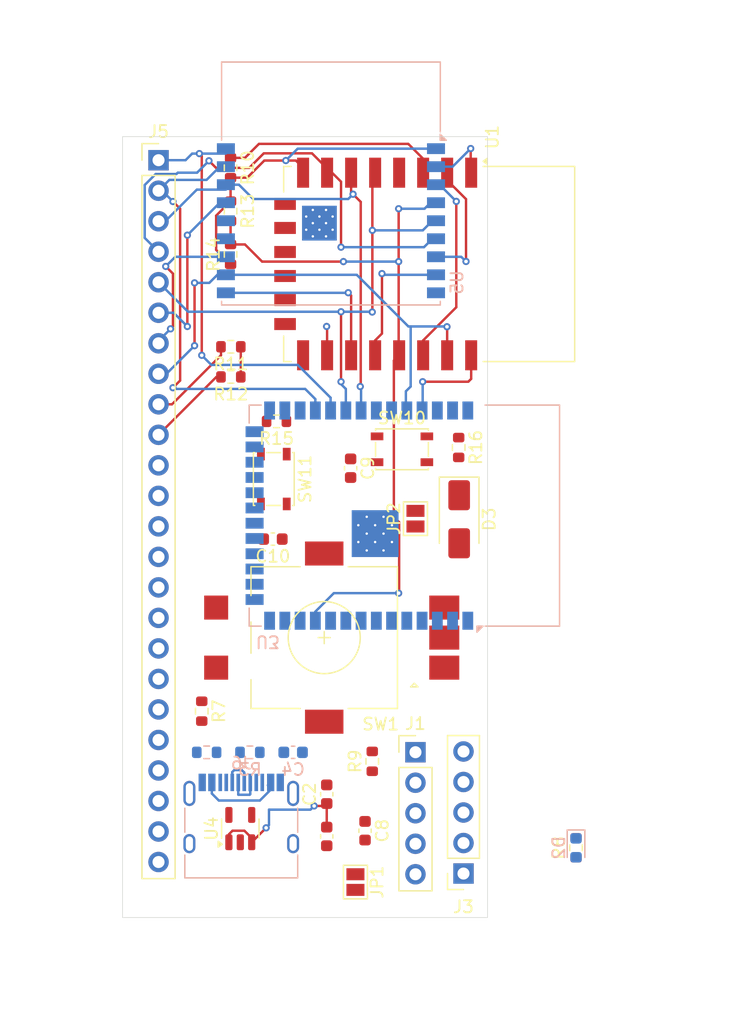
<source format=kicad_pcb>
(kicad_pcb (version 20241229) (generator "pcbnew") (generator_version "9.0")
  (layers (0 "F.Cu" signal) (2 "B.Cu" signal) (13 "F.Paste" user) (15 "B.Paste" user) (5 "F.SilkS" user "F.Silkscreen") (7 "B.SilkS" user "B.Silkscreen") (1 "F.Mask" user) (3 "B.Mask" user) (25 "Edge.Cuts" user))
  (net 0 "")
  (net 1 "GND")
  (net 2 "Net-(D2-A)")
  (net 3 "SW_D")
  (net 4 "ADC_X")
  (net 5 "ADC_Y")
  (net 6 "D-")
  (net 9 "Net-(J6-CC1)")
  (net 10 "D+")
  (net 11 "Net-(J6-CC2)")
  (net 12 "SCL_0")
  (net 13 "SCL_3")
  (net 14 "SDA_3")
  (net 15 "SDA_0")
  (net 16 "SW_B")
  (net 17 "SW_A")
  (net 18 "CS_0")
  (net 19 "UART0_RX")
  (net 20 "CS_1")
  (net 21 "DC")
  (net 22 "UART0_TX")
  (net 25 "SW_C")
  (net 26 "RST_SW")
  (net 27 "BOOT")
  (net 28 "UART1_TX")
  (net 29 "UART1_RX")
  (net 30 "SPIB_MISO")
  (net 31 "SPIB_SCK")
  (net 32 "SPIB_MOSI")
  (net 33 "SPIA_MOSI")
  (net 34 "SPIA_MISO")
  (net 35 "SPIA_SCK")
  (net 36 "LED22")
  (net 48 "Net-(U1-EN)")
  (net 49 "5V")
  (net 50 "WLED")
  (net 52 "Net-(D3-A)")
  (net 53 "Net-(JP1-A)")
  (net 54 "+3.3V")
  (net 55 "SPI_RST")
  (footprint "Capacitor_SMD:C_0603_1608Metric" (layer "F.Cu") (at 110.316995 115.55772 -90)
    (property "Reference" "C5" (hide yes))
    (property "Value" "1u")
  )
  (footprint "Resistor_SMD:R_0603_1608Metric" (layer "F.Cu") (at 121.306997 83.182721 -90)
    (property "Reference" "R16")
    (property "Value" "10K")
  )
  (footprint "Resistor_SMD:R_0603_1608Metric" (layer "F.Cu") (at 102.331995 77.30772 180)
    (property "Reference" "R12")
    (property "Value" "10K")
  )
  (footprint "Package_TO_SOT_SMD:SOT-23-5" (layer "F.Cu") (at 103.116995 114.90747 90)
    (property "Reference" "U4")
    (property "Value" "ME6211C33M5")
  )
  (footprint "Capacitor_SMD:C_0603_1608Metric" (layer "F.Cu") (at 105.831996 90.80772 180)
    (property "Reference" "C10")
    (property "Value" ".1u")
  )
  (footprint "Resistor_SMD:R_0603_1608Metric" (layer "F.Cu") (at 102.306995 59.897721 -90)
    (property "Reference" "R10")
    (property "Value" "10K")
  )
  (footprint "Resistor_SMD:R_0603_1608Metric" (layer "F.Cu") (at 131.08 116.505 90)
    (property "Reference" "R8")
    (property "Value" "100R")
  )
  (footprint "Jumper:SolderJumper-2_P1.3mm_Open_Pad1.0x1.5mm" (layer "F.Cu") (at 117.706996 89.10772 90)
    (property "Reference" "JP2")
    (property "Value" "Jumper_2")
  )
  (footprint "Connector_PinSocket_2.54mm:PinSocket_1x05_P2.54mm_Vertical" (layer "F.Cu") (at 121.706996 118.647721 180)
    (property "Reference" "J3")
    (property "Value" "Conn_01x05_Pin")
  )
  (footprint "Button_Switch_SMD:SW_SPST_PTS810" (layer "F.Cu") (at 116.581995 83.33272)
    (property "Reference" "SW10")
    (property "Value" "SW_Push")
  )
  (footprint "Capacitor_SMD:C_0603_1608Metric" (layer "F.Cu") (at 110.316997 112.045221 90)
    (property "Reference" "C2")
    (property "Value" "10u")
  )
  (footprint "Capacitor_SMD:C_0603_1608Metric" (layer "F.Cu") (at 113.506995 115.08272 -90)
    (property "Reference" "C8")
    (property "Value" ".1u")
  )
  (footprint "Capacitor_SMD:C_0603_1608Metric" (layer "F.Cu") (at 112.306995 84.90772 -90)
    (property "Reference" "C9")
    (property "Value" ".1u")
  )
  (footprint "Resistor_SMD:R_0603_1608Metric" (layer "F.Cu") (at 99.906996 105.13272 -90)
    (property "Reference" "R7")
    (property "Value" "10K")
  )
  (footprint "Resistor_SMD:R_0603_1608Metric" (layer "F.Cu") (at 106.131995 81.00772 180)
    (property "Reference" "R15")
    (property "Value" "10K")
  )
  (footprint "Resistor_SMD:R_0603_1608Metric" (layer "F.Cu") (at 102.306996 67.107721 90)
    (property "Reference" "R14")
    (property "Value" "10K")
  )
  (footprint "Resistor_SMD:R_0603_1608Metric" (layer "F.Cu") (at 114.106995 109.307721 90)
    (property "Reference" "R9")
    (property "Value" "10K")
  )
  (footprint "Resistor_SMD:R_0603_1608Metric" (layer "F.Cu") (at 102.306996 63.507721 -90)
    (property "Reference" "R13")
    (property "Value" "10K")
  )
  (footprint "Jumper:SolderJumper-2_P1.3mm_Open_Pad1.0x1.5mm" (layer "F.Cu") (at 112.706996 119.357719 -90)
    (property "Reference" "JP1")
    (property "Value" "Jumper_2")
  )
  (footprint "Diode_SMD:D_SMA" (layer "F.Cu") (at 121.346995 89.15772 -90)
    (property "Reference" "D3")
    (property "Value" "SS14")
  )
  (footprint "Resistor_SMD:R_0603_1608Metric" (layer "F.Cu") (at 102.331995 74.79772 180)
    (property "Reference" "R11")
    (property "Value" "10K")
  )
  (footprint "Connector_PinHeader_2.54mm:PinHeader_1x05_P2.54mm_Vertical" (layer "F.Cu") (at 117.706996 108.547721)
    (property "Reference" "J1")
    (property "Value" "Conn_01x05_Pin")
  )
  (footprint "Button_Switch_SMD:SW_SPST_PTS810" (layer "F.Cu") (at 105.906996 85.80772 -90)
    (property "Reference" "SW11")
    (property "Value" "SW_Push")
  )
  (footprint "RF_Module:ESP-12E" (layer "F.Cu") (at 118.846995 67.90772 -90)
    (property "Reference" "U1")
    (property "Value" "ESP-12F")
  )
  (footprint "IOT-Mess-Footprints:RotaryEncoder_EC11_SMD" (layer "F.Cu") (at 117.606997 101.50772 180)
    (property "Reference" "SW1")
    (property "Value" "RotaryEncoder")
  )
  (footprint "Connector_PinHeader_2.54mm:PinHeader_1x24_P2.54mm_Vertical" (layer "F.Cu") (at 96.306996 59.26772)
    (property "Reference" "J5")
    (property "Value" "Conn_01x24_Pin")
  )
  (footprint "Resistor_SMD:R_0603_1608Metric" (layer "B.Cu") (at 100.316996 108.557721 180)
    (property "Reference" "R2" (hide yes))
    (property "Value" "5.1K")
  )
  (footprint "Capacitor_SMD:C_0603_1608Metric" (layer "B.Cu") (at 107.516997 108.55772)
    (property "Reference" "C4")
    (property "Value" "1u" (hide yes))
  )
  (footprint "Connector_USB:USB_C_Receptacle_HRO_TYPE-C-31-M-12" (layer "B.Cu") (at 103.196997 115.10772 180)
    (property "Reference" "J6")
    (property "Value" "USB_C_Receptacle_USB2.0_16P")
  )
  (footprint "RF_Module:ESP32-C3-WROOM-02" (layer "B.Cu") (at 110.666995 64.30772 180)
    (property "Reference" "U5")
    (property "Value" "ESP32-C3-WROOM-02")
  )
  (footprint "RF_Module:ESP32-S3-WROOM-1" (layer "B.Cu") (at 116.806997 88.852721 90)
    (property "Reference" "U3")
    (property "Value" "ESP32-S3-WROOM-1")
  )
  (footprint "Resistor_SMD:R_0603_1608Metric" (layer "B.Cu") (at 103.916995 108.557721)
    (property "Reference" "R3")
    (property "Value" "5.1K" (hide yes))
  )
  (footprint "LED_SMD:LED_0603_1608Metric" (layer "B.Cu") (at 131.08 116.505 -90)
    (property "Reference" "D2")
    (property "Value" "LED")
  )
  (gr_poly (pts (xy 93.306997 122.30772) (xy 93.306996 57.307721) (xy 123.706995 57.30772) (xy 123.706995 122.30772)) (stroke (width 0.05)) (fill no) (layer "Edge.Cuts"))
  (segment (start 102.958495 112.08872) (end 102.946995 112.07722) (width 0.2) (layer "B.Cu") (net 6))
  (segment (start 102.946995 112.07722) (end 102.946995 111.06272) (width 0.2) (layer "B.Cu") (net 6))
  (segment (start 103.946995 111.06272) (end 103.946996 112.03972) (width 0.2) (layer "B.Cu") (net 6))
  (segment (start 103.897995 112.088721) (end 102.958495 112.08872) (width 0.2) (layer "B.Cu") (net 6))
  (segment (start 103.946996 112.03972) (end 103.897995 112.088721) (width 0.2) (layer "B.Cu") (net 6))
  (segment (start 102.446995 110.20022) (end 102.610495 110.03672) (width 0.2) (layer "B.Cu") (net 10))
  (segment (start 102.446996 111.062721) (end 102.446995 110.20022) (width 0.2) (layer "B.Cu") (net 10))
  (segment (start 103.243497 110.03672) (end 103.446997 110.24022) (width 0.2) (layer "B.Cu") (net 10))
  (segment (start 102.610495 110.03672) (end 103.243497 110.03672) (width 0.2) (layer "B.Cu") (net 10))
  (segment (start 103.446997 110.24022) (end 103.446996 111.062721) (width 0.2) (layer "B.Cu") (net 10))
  (segment (start 115.906996 75.94772) (end 115.906997 88.962778) (width 0.2) (layer "F.Cu") (net 12))
  (segment (start 103.506996 66.28272) (end 104.931997 67.707721) (width 0.2) (layer "F.Cu") (net 12))
  (segment (start 116.346996 75.50772) (end 115.906996 75.94772) (width 0.2) (layer "F.Cu") (net 12))
  (segment (start 111.706995 67.70772) (end 104.931997 67.707721) (width 0.2) (layer "F.Cu") (net 12))
  (segment (start 102.306996 64.33272) (end 102.306995 66.28272) (width 0.2) (layer "F.Cu") (net 12))
  (segment (start 115.906997 88.962778) (end 116.347997 89.403777) (width 0.2) (layer "F.Cu") (net 12))
  (segment (start 116.306995 67.707721) (end 116.306996 75.46772) (width 0.2) (layer "F.Cu") (net 12))
  (segment (start 103.506996 66.28272) (end 102.306995 66.28272) (width 0.2) (layer "F.Cu") (net 12))
  (segment (start 116.306996 63.30772) (end 116.306995 67.707721) (width 0.2) (layer "F.Cu") (net 12))
  (segment (start 116.347997 89.403777) (end 116.347996 95.26672) (width 0.2) (layer "F.Cu") (net 12))
  (segment (start 116.347996 95.26672) (end 116.306996 95.30772) (width 0.2) (layer "F.Cu") (net 12))
  (segment (start 116.306996 75.46772) (end 116.346996 75.50772) (width 0.2) (layer "F.Cu") (net 12))
  (via (at 116.306996 95.30772) (size 0.6) (drill 0.3) (layers "F.Cu" "B.Cu") (net 12))
  (via (at 116.306996 63.30772) (size 0.6) (drill 0.3) (layers "F.Cu" "B.Cu") (net 12))
  (via (at 111.706995 67.70772) (size 0.6) (drill 0.3) (layers "F.Cu" "B.Cu") (net 12))
  (via (at 116.306995 67.707721) (size 0.6) (drill 0.3) (layers "F.Cu" "B.Cu") (net 12))
  (segment (start 116.306996 95.30772) (end 110.906995 95.30772) (width 0.2) (layer "B.Cu") (net 12))
  (segment (start 111.706995 67.70772) (end 116.306995 67.707721) (width 0.2) (layer "B.Cu") (net 12))
  (segment (start 109.366996 97.60272) (end 109.366996 96.84772) (width 0.2) (layer "B.Cu") (net 12))
  (segment (start 118.460955 63.30772) (end 118.960956 62.807719) (width 0.2) (layer "B.Cu") (net 12))
  (segment (start 116.306996 63.30772) (end 118.460955 63.30772) (width 0.2) (layer "B.Cu") (net 12))
  (segment (start 109.366996 96.84772) (end 110.906995 95.30772) (width 0.2) (layer "B.Cu") (net 12))
  (segment (start 119.606995 62.89772) (end 119.306995 62.89772) (width 0.2) (layer "B.Cu") (net 12))
  (segment (start 101.506995 77.30772) (end 101.126995 77.307721) (width 0.2) (layer "F.Cu") (net 13))
  (segment (start 101.126995 77.307721) (end 96.306996 82.12772) (width 0.2) (layer "F.Cu") (net 13))
  (segment (start 97.426996 79.58772) (end 96.306998 79.587721) (width 0.2) (layer "F.Cu") (net 14))
  (segment (start 101.506995 74.79772) (end 101.506995 75.50772) (width 0.2) (layer "F.Cu") (net 14))
  (segment (start 101.506995 75.50772) (end 97.426996 79.58772) (width 0.2) (layer "F.Cu") (net 14))
  (segment (start 118.346995 75.50772) (end 118.346997 74.267721) (width 0.2) (layer "F.Cu") (net 15))
  (segment (start 118.346997 74.267721) (end 121.106997 71.50772) (width 0.2) (layer "F.Cu") (net 15))
  (segment (start 121.106997 71.50772) (end 121.106996 62.697721) (width 0.2) (layer "F.Cu") (net 15))
  (via (at 121.106996 62.697721) (size 0.6) (drill 0.3) (layers "F.Cu" "B.Cu") (net 15))
  (segment (start 119.716996 61.30772) (end 119.416996 61.30772) (width 0.2) (layer "B.Cu") (net 15))
  (segment (start 121.106996 62.697721) (end 119.716996 61.30772) (width 0.2) (layer "B.Cu") (net 15))
  (segment (start 119.150955 61.39772) (end 119.606995 61.39772) (width 0.2) (layer "B.Cu") (net 15))
  (segment (start 112.346995 75.507721) (end 112.346995 70.53772) (width 0.2) (layer "F.Cu") (net 16))
  (segment (start 112.346995 70.53772) (end 112.106995 70.297721) (width 0.2) (layer "F.Cu") (net 16))
  (segment (start 112.346995 74.74772) (end 112.346995 75.507721) (width 0.2) (layer "F.Cu") (net 16))
  (segment (start 112.306997 74.707721) (end 112.346995 74.74772) (width 0.2) (layer "F.Cu") (net 16))
  (via (at 112.106995 70.297721) (size 0.6) (drill 0.3) (layers "F.Cu" "B.Cu") (net 16))
  (segment (start 112.096996 70.30772) (end 101.916997 70.30772) (width 0.2) (layer "B.Cu") (net 16))
  (segment (start 112.106995 70.297721) (end 112.096996 70.30772) (width 0.2) (layer "B.Cu") (net 16))
  (segment (start 121.916995 62.50772) (end 120.346996 60.937721) (width 0.2) (layer "F.Cu") (net 17))
  (segment (start 120.346996 60.937721) (end 120.346997 59.89772) (width 0.2) (layer "F.Cu") (net 17))
  (segment (start 121.916996 67.697721) (end 121.916995 62.50772) (width 0.2) (layer "F.Cu") (net 17))
  (via (at 121.916996 67.697721) (size 0.6) (drill 0.3) (layers "F.Cu" "B.Cu") (net 17))
  (segment (start 121.916996 67.697721) (end 121.906995 67.69772) (width 0.2) (layer "B.Cu") (net 17))
  (segment (start 121.516995 67.30772) (end 119.416997 67.30772) (width 0.2) (layer "B.Cu") (net 17))
  (segment (start 121.906995 67.69772) (end 121.516995 67.30772) (width 0.2) (layer "B.Cu") (net 17))
  (segment (start 98.706995 65.50772) (end 98.706995 73.10772) (width 0.2) (layer "F.Cu") (net 18))
  (segment (start 110.306997 73.10772) (end 110.346997 73.14772) (width 0.2) (layer "F.Cu") (net 18))
  (segment (start 110.346997 73.14772) (end 110.346997 75.50772) (width 0.2) (layer "F.Cu") (net 18))
  (via (at 110.306997 73.10772) (size 0.6) (drill 0.3) (layers "F.Cu" "B.Cu") (net 18))
  (via (at 98.706995 73.10772) (size 0.6) (drill 0.3) (layers "F.Cu" "B.Cu") (net 18))
  (via (at 98.706995 65.50772) (size 0.6) (drill 0.3) (layers "F.Cu" "B.Cu") (net 18))
  (segment (start 98.706995 73.10772) (end 97.566995 71.96772) (width 0.2) (layer "B.Cu") (net 18))
  (segment (start 97.566995 71.96772) (end 96.306997 71.967721) (width 0.2) (layer "B.Cu") (net 18))
  (segment (start 101.406995 62.80772) (end 98.706995 65.50772) (width 0.2) (layer "B.Cu") (net 18))
  (segment (start 101.916997 62.807719) (end 101.406995 62.80772) (width 0.2) (layer "B.Cu") (net 18))
  (segment (start 99.306995 74.707721) (end 99.306995 69.479109) (width 0.2) (layer "F.Cu") (net 19))
  (segment (start 120.346997 75.507721) (end 120.346997 76.257721) (width 0.2) (layer "F.Cu") (net 19))
  (segment (start 120.346997 73.147721) (end 120.346997 75.507721) (width 0.2) (layer "F.Cu") (net 19))
  (segment (start 120.331261 73.131985) (end 120.346997 73.147721) (width 0.2) (layer "F.Cu") (net 19))
  (via (at 99.306995 74.707721) (size 0.6) (drill 0.3) (layers "F.Cu" "B.Cu") (net 19))
  (via (at 120.331261 73.131985) (size 0.6) (drill 0.3) (layers "F.Cu" "B.Cu") (net 19))
  (via (at 99.306995 69.479109) (size 0.6) (drill 0.3) (layers "F.Cu" "B.Cu") (net 19))
  (segment (start 99.306995 69.479109) (end 100.535608 69.479109) (width 0.2) (layer "B.Cu") (net 19))
  (segment (start 120.096995 73.10772) (end 117.306995 73.10772) (width 0.2) (layer "B.Cu") (net 19))
  (segment (start 112.816995 68.80772) (end 101.916995 68.80772) (width 0.2) (layer "B.Cu") (net 19))
  (segment (start 100.535608 69.479109) (end 101.206996 68.807721) (width 0.2) (layer "B.Cu") (net 19))
  (segment (start 116.906997 78.50772) (end 117.306996 78.107721) (width 0.2) (layer "B.Cu") (net 19))
  (segment (start 101.206996 68.807721) (end 101.916995 68.80772) (width 0.2) (layer "B.Cu") (net 19))
  (segment (start 120.306996 73.10772) (end 120.331261 73.131985) (width 0.2) (layer "B.Cu") (net 19))
  (segment (start 99.306995 74.707721) (end 96.966996 77.04772) (width 0.2) (layer "B.Cu") (net 19))
  (segment (start 96.966996 77.04772) (end 96.306995 77.04772) (width 0.2) (layer "B.Cu") (net 19))
  (segment (start 117.116996 73.10772) (end 112.816995 68.80772) (width 0.2) (layer "B.Cu") (net 19))
  (segment (start 116.906996 80.02272) (end 116.986996 80.10272) (width 0.2) (layer "B.Cu") (net 19))
  (segment (start 116.906997 78.50772) (end 116.906996 80.02272) (width 0.2) (layer "B.Cu") (net 19))
  (segment (start 117.306995 73.10772) (end 117.116996 73.10772) (width 0.2) (layer "B.Cu") (net 19))
  (segment (start 117.306996 78.107721) (end 117.306995 73.10772) (width 0.2) (layer "B.Cu") (net 19))
  (segment (start 120.096995 73.10772) (end 120.306996 73.10772) (width 0.2) (layer "B.Cu") (net 19))
  (segment (start 99.906995 75.50772) (end 99.906996 58.91772) (width 0.2) (layer "F.Cu") (net 21))
  (segment (start 99.906996 58.91772) (end 99.706996 58.717721) (width 0.2) (layer "F.Cu") (net 21))
  (via (at 99.906995 75.50772) (size 0.6) (drill 0.3) (layers "F.Cu" "B.Cu") (net 21))
  (via (at 99.706996 58.717721) (size 0.6) (drill 0.3) (layers "F.Cu" "B.Cu") (net 21))
  (segment (start 107.906997 76.30772) (end 110.636997 79.03772) (width 0.2) (layer "B.Cu") (net 21))
  (segment (start 98.556995 59.26772) (end 96.306996 59.26772) (width 0.2) (layer "B.Cu") (net 21))
  (segment (start 99.706996 58.717721) (end 101.916997 58.71772) (width 0.2) (layer "B.Cu") (net 21))
  (segment (start 100.706995 76.30772) (end 107.906997 76.30772) (width 0.2) (layer "B.Cu") (net 21))
  (segment (start 99.906995 75.50772) (end 100.706995 76.30772) (width 0.2) (layer "B.Cu") (net 21))
  (segment (start 99.106997 58.71772) (end 99.706996 58.717721) (width 0.2) (layer "B.Cu") (net 21))
  (segment (start 110.636997 79.03772) (end 110.636995 80.102721) (width 0.2) (layer "B.Cu") (net 21))
  (segment (start 99.106997 58.71772) (end 98.556995 59.26772) (width 0.2) (layer "B.Cu") (net 21))
  (segment (start 122.346996 77.46772) (end 122.346995 75.50772) (width 0.2) (layer "F.Cu") (net 22))
  (segment (start 118.306997 77.70772) (end 122.106996 77.70772) (width 0.2) (layer "F.Cu") (net 22))
  (segment (start 122.106996 77.70772) (end 122.346996 77.46772) (width 0.2) (layer "F.Cu") (net 22))
  (segment (start 97.306995 73.307721) (end 97.506996 73.10772) (width 0.2) (layer "F.Cu") (net 22))
  (segment (start 97.506997 68.70772) (end 96.906996 68.10772) (width 0.2) (layer "F.Cu") (net 22))
  (segment (start 97.506996 73.10772) (end 97.506997 68.70772) (width 0.2) (layer "F.Cu") (net 22))
  (segment (start 122.346995 75.50772) (end 122.346996 76.467721) (width 0.2) (layer "F.Cu") (net 22))
  (via (at 118.306997 77.70772) (size 0.6) (drill 0.3) (layers "F.Cu" "B.Cu") (net 22))
  (via (at 97.306995 73.307721) (size 0.6) (drill 0.3) (layers "F.Cu" "B.Cu") (net 22))
  (via (at 96.906996 68.10772) (size 0.6) (drill 0.3) (layers "F.Cu" "B.Cu") (net 22))
  (segment (start 97.706996 67.30772) (end 101.916995 67.30772) (width 0.2) (layer "B.Cu") (net 22))
  (segment (start 118.306997 77.70772) (end 118.306996 80.05272) (width 0.2) (layer "B.Cu") (net 22))
  (segment (start 96.906996 68.10772) (end 97.706996 67.30772) (width 0.2) (layer "B.Cu") (net 22))
  (segment (start 96.306997 74.307719) (end 96.306995 74.50772) (width 0.2) (layer "B.Cu") (net 22))
  (segment (start 97.306995 73.307721) (end 96.306997 74.307719) (width 0.2) (layer "B.Cu") (net 22))
  (segment (start 118.306996 80.05272) (end 118.256995 80.10272) (width 0.2) (layer "B.Cu") (net 22))
  (segment (start 122.306995 58.29772) (end 122.306995 59.85772) (width 0.2) (layer "F.Cu") (net 26))
  (segment (start 122.306995 59.85772) (end 122.346995 59.897721) (width 0.2) (layer "F.Cu") (net 26))
  (via (at 122.306995 58.29772) (size 0.6) (drill 0.3) (layers "F.Cu" "B.Cu") (net 26))
  (segment (start 120.796995 59.80772) (end 122.306995 58.29772) (width 0.2) (layer "B.Cu") (net 26))
  (segment (start 119.416997 59.80772) (end 120.796995 59.80772) (width 0.2) (layer "B.Cu") (net 26))
  (segment (start 114.346995 74.267721) (end 114.346995 75.50772) (width 0.2) (layer "F.Cu") (net 27))
  (segment (start 114.916996 73.69772) (end 114.346995 74.267721) (width 0.2) (layer "F.Cu") (net 27))
  (segment (start 114.916996 73.69772) (end 114.916997 68.70772) (width 0.2) (layer "F.Cu") (net 27))
  (via (at 114.916997 68.70772) (size 0.6) (drill 0.3) (layers "F.Cu" "B.Cu") (net 27))
  (segment (start 114.916997 68.70772) (end 115.016995 68.80772) (width 0.2) (layer "B.Cu") (net 27))
  (segment (start 105.506996 80.05272) (end 105.556996 80.10272) (width 0.2) (layer "B.Cu") (net 27))
  (segment (start 115.016995 68.80772) (end 119.416997 68.80772) (width 0.2) (layer "B.Cu") (net 27))
  (segment (start 101.096997 59.90772) (end 103.861059 59.90772) (width 0.2) (layer "F.Cu") (net 33))
  (segment (start 109.087996 58.69672) (end 110.346996 59.955719) (width 0.2) (layer "F.Cu") (net 33))
  (segment (start 110.346996 59.955719) (end 110.346997 60.30772) (width 0.2) (layer "F.Cu") (net 33))
  (segment (start 105.072061 58.69672) (end 109.087996 58.69672) (width 0.2) (layer "F.Cu") (net 33))
  (segment (start 111.506996 61.057721) (end 110.346996 59.897721) (width 0.2) (layer "F.Cu") (net 33))
  (segment (start 103.861059 59.90772) (end 105.072061 58.69672) (width 0.2) (layer "F.Cu") (net 33))
  (segment (start 110.346996 59.897721) (end 110.346996 60.24972) (width 0.2) (layer "F.Cu") (net 33))
  (segment (start 100.506997 59.31772) (end 101.096997 59.90772) (width 0.2) (layer "F.Cu") (net 33))
  (segment (start 111.506996 66.507721) (end 111.506996 61.057721) (width 0.2) (layer "F.Cu") (net 33))
  (via (at 111.506996 66.507721) (size 0.6) (drill 0.3) (layers "F.Cu" "B.Cu") (net 33))
  (via (at 100.506997 59.31772) (size 0.6) (drill 0.3) (layers "F.Cu" "B.Cu") (net 33))
  (segment (start 118.416996 66.50772) (end 119.116996 65.80772) (width 0.2) (layer "B.Cu") (net 33))
  (segment (start 95.155997 61.33096) (end 95.155995 65.736721) (width 0.2) (layer "B.Cu") (net 33))
  (segment (start 95.155995 65.736721) (end 96.306995 66.88772) (width 0.2) (layer "B.Cu") (net 33))
  (segment (start 111.506996 66.507721) (end 118.416996 66.50772) (width 0.2) (layer "B.Cu") (net 33))
  (segment (start 119.116996 65.80772) (end 119.416996 65.80772) (width 0.2) (layer "B.Cu") (net 33))
  (segment (start 97.795997 60.41872) (end 96.068237 60.41872) (width 0.2) (layer "B.Cu") (net 33))
  (segment (start 99.516996 60.30772) (end 97.906996 60.30772) (width 0.2) (layer "B.Cu") (net 33))
  (segment (start 100.506997 59.31772) (end 99.516996 60.30772) (width 0.2) (layer "B.Cu") (net 33))
  (segment (start 96.068237 60.41872) (end 95.155997 61.33096) (width 0.2) (layer "B.Cu") (net 33))
  (segment (start 97.906996 60.30772) (end 97.795997 60.41872) (width 0.2) (layer "B.Cu") (net 33))
  (segment (start 119.716997 65.80772) (end 119.416996 65.80772) (width 0.2) (layer "B.Cu") (net 33))
  (segment (start 112.506995 62.097721) (end 112.346995 61.937721) (width 0.2) (layer "F.Cu") (net 34))
  (segment (start 113.147995 62.738721) (end 112.506995 62.097721) (width 0.2) (layer "F.Cu") (net 34))
  (segment (start 113.147995 78.06672) (end 113.106995 78.10772) (width 0.2) (layer "F.Cu") (net 34))
  (segment (start 113.147995 62.738721) (end 113.147995 78.06672) (width 0.2) (layer "F.Cu") (net 34))
  (segment (start 112.346995 61.937721) (end 112.346995 59.897721) (width 0.2) (layer "F.Cu") (net 34))
  (via (at 112.506995 62.097721) (size 0.6) (drill 0.3) (layers "F.Cu" "B.Cu") (net 34))
  (via (at 113.106995 78.10772) (size 0.6) (drill 0.3) (layers "F.Cu" "B.Cu") (net 34))
  (segment (start 113.106995 78.10772) (end 113.176995 78.17772) (width 0.2) (layer "B.Cu") (net 34))
  (segment (start 113.176995 78.17772) (end 113.176996 80.102721) (width 0.2) (layer "B.Cu") (net 34))
  (segment (start 102.106995 61.39772) (end 101.806995 61.39772) (width 0.2) (layer "B.Cu") (net 34))
  (segment (start 112.106996 62.49772) (end 104.193537 62.49772) (width 0.2) (layer "B.Cu") (net 34))
  (segment (start 112.506995 62.097721) (end 112.106996 62.49772) (width 0.2) (layer "B.Cu") (net 34))
  (segment (start 104.193537 62.49772) (end 103.003535 61.30772) (width 0.2) (layer "B.Cu") (net 34))
  (segment (start 96.866995 64.34772) (end 96.306995 64.34772) (width 0.2) (layer "B.Cu") (net 34))
  (segment (start 101.916995 61.71772) (end 99.496997 61.71772) (width 0.2) (layer "B.Cu") (net 34))
  (segment (start 99.496997 61.71772) (end 96.866995 64.34772) (width 0.2) (layer "B.Cu") (net 34))
  (segment (start 103.003535 61.30772) (end 101.916998 61.307721) (width 0.2) (layer "B.Cu") (net 34))
  (segment (start 114.116995 60.12772) (end 114.346995 59.89772) (width 0.2) (layer "F.Cu") (net 35))
  (segment (start 111.506995 71.883456) (end 111.506997 77.70772) (width 0.2) (layer "F.Cu") (net 35))
  (segment (start 114.116995 65.10772) (end 114.116995 71.89772) (width 0.2) (layer "F.Cu") (net 35))
  (segment (start 114.116995 71.89772) (end 114.106996 71.907721) (width 0.2) (layer "F.Cu") (net 35))
  (segment (start 114.116995 65.10772) (end 114.116995 60.12772) (width 0.2) (layer "F.Cu") (net 35))
  (via (at 111.506995 71.883456) (size 0.6) (drill 0.3) (layers "F.Cu" "B.Cu") (net 35))
  (via (at 111.506997 77.70772) (size 0.6) (drill 0.3) (layers "F.Cu" "B.Cu") (net 35))
  (via (at 114.116995 65.10772) (size 0.6) (drill 0.3) (layers "F.Cu" "B.Cu") (net 35))
  (via (at 114.106996 71.907721) (size 0.6) (drill 0.3) (layers "F.Cu" "B.Cu") (net 35))
  (segment (start 111.506997 77.70772) (end 111.506995 77.90772) (width 0.2) (layer "B.Cu") (net 35))
  (segment (start 98.76273 71.883455) (end 96.306997 69.42772) (width 0.2) (layer "B.Cu") (net 35))
  (segment (start 114.116995 65.10772) (end 118.316995 65.107721) (width 0.2) (layer "B.Cu") (net 35))
  (segment (start 114.08273 71.883455) (end 114.106996 71.907721) (width 0.2) (layer "B.Cu") (net 35))
  (segment (start 111.506995 71.883456) (end 114.08273 71.883455) (width 0.2) (layer "B.Cu") (net 35))
  (segment (start 111.506995 77.90772) (end 111.906995 78.307721) (width 0.2) (layer "B.Cu") (net 35))
  (segment (start 111.906995 78.307721) (end 111.906995 80.10272) (width 0.2) (layer "B.Cu") (net 35))
  (segment (start 111.506995 71.883456) (end 98.76273 71.883455) (width 0.2) (layer "B.Cu") (net 35))
  (segment (start 118.316995 65.107721) (end 119.116996 64.307721) (width 0.2) (layer "B.Cu") (net 35))
  (segment (start 102.306996 59.072721) (end 103.506995 59.072721) (width 0.2) (layer "F.Cu") (net 48))
  (segment (start 118.346995 59.14772) (end 117.107996 57.90872) (width 0.2) (layer "F.Cu") (net 48))
  (segment (start 103.506995 59.072721) (end 104.670996 57.90872) (width 0.2) (layer "F.Cu") (net 48))
  (segment (start 117.107996 57.90872) (end 104.670996 57.90872) (width 0.2) (layer "F.Cu") (net 48))
  (segment (start 118.346995 59.89772) (end 118.346995 59.14772) (width 0.2) (layer "F.Cu") (net 48))
  (segment (start 109.266996 113.020221) (end 110.116995 113.020221) (width 0.2) (layer "F.Cu") (net 49))
  (segment (start 104.066996 115.690503) (end 103.457964 115.08147) (width 0.2) (layer "F.Cu") (net 49))
  (segment (start 102.166996 115.38247) (end 102.166997 116.04497) (width 0.2) (layer "F.Cu") (net 49))
  (segment (start 110.116995 113.020221) (end 110.316997 112.82022) (width 0.2) (layer "F.Cu") (net 49))
  (segment (start 110.316997 114.782719) (end 110.316997 112.82022) (width 0.2) (layer "F.Cu") (net 49))
  (segment (start 103.457964 115.08147) (end 102.467996 115.08147) (width 0.2) (layer "F.Cu") (net 49))
  (segment (start 102.467996 115.08147) (end 102.166996 115.38247) (width 0.2) (layer "F.Cu") (net 49))
  (segment (start 105.266995 114.84497) (end 104.066997 116.04497) (width 0.2) (layer "F.Cu") (net 49))
  (segment (start 104.066997 116.04497) (end 104.066996 115.690503) (width 0.2) (layer "F.Cu") (net 49))
  (via (at 109.266996 113.020221) (size 0.6) (drill 0.3) (layers "F.Cu" "B.Cu") (net 49))
  (via (at 105.266995 114.84497) (size 0.6) (drill 0.3) (layers "F.Cu" "B.Cu") (net 49))
  (segment (start 105.505747 113.328721) (end 108.958497 113.328721) (width 0.2) (layer "B.Cu") (net 49))
  (segment (start 105.505747 113.328721) (end 105.505747 114.606221) (width 0.2) (layer "B.Cu") (net 49))
  (segment (start 108.958497 113.328721) (end 109.266996 113.020221) (width 0.2) (layer "B.Cu") (net 49))
  (segment (start 105.505747 114.606221) (end 105.266995 114.84497) (width 0.2) (layer "B.Cu") (net 49))
  (segment (start 116.346995 60.64772) (end 116.346996 59.897721) (width 0.2) (layer "F.Cu") (net 50))
  (segment (start 100.746995 111.98772) (end 100.746995 111.062721) (width 0.2) (layer "B.Cu") (net 53))
  (segment (start 105.646995 111.062721) (end 105.646995 111.66997) (width 0.2) (layer "B.Cu") (net 53))
  (segment (start 105.410996 111.29872) (end 105.646995 111.062721) (width 0.2) (layer "B.Cu") (net 53))
  (segment (start 101.329245 112.56997) (end 100.746995 111.98772) (width 0.2) (layer "B.Cu") (net 53))
  (segment (start 104.746996 112.56997) (end 101.329245 112.56997) (width 0.2) (layer "B.Cu") (net 53))
  (segment (start 105.646995 111.66997) (end 104.746996 112.56997) (width 0.2) (layer "B.Cu") (net 53))
  (segment (start 103.156995 77.30772) (end 103.156995 74.79772) (width 0.2) (layer "F.Cu") (net 54))
  (segment (start 102.306996 60.72272) (end 103.691996 60.72272) (width 0.2) (layer "F.Cu") (net 54))
  (segment (start 101.106996 63.88272) (end 101.106995 66.73272) (width 0.2) (layer "F.Cu") (net 54))
  (segment (start 102.306997 62.68272) (end 101.106996 63.88272) (width 0.2) (layer "F.Cu") (net 54))
  (segment (start 101.106995 66.73272) (end 102.306996 67.93272) (width 0.2) (layer "F.Cu") (net 54))
  (segment (start 105.116996 59.297721) (end 106.906996 59.297721) (width 0.2) (layer "F.Cu") (net 54))
  (segment (start 102.306996 60.72272) (end 102.306997 62.68272) (width 0.2) (layer "F.Cu") (net 54))
  (segment (start 107.746995 59.29772) (end 108.346995 59.897721) (width 0.2) (layer "F.Cu") (net 54))
  (segment (start 106.906996 59.297721) (end 107.746995 59.29772) (width 0.2) (layer "F.Cu") (net 54))
  (segment (start 103.691996 60.72272) (end 105.116996 59.297721) (width 0.2) (layer "F.Cu") (net 54))
  (via (at 106.906996 59.297721) (size 0.6) (drill 0.3) (layers "F.Cu" "B.Cu") (net 54))
  (segment (start 107.896997 58.30772) (end 106.906996 59.297721) (width 0.2) (layer "B.Cu") (net 54))
  (segment (start 119.416997 58.30772) (end 107.896997 58.30772) (width 0.2) (layer "B.Cu") (net 54))
  (segment (start 98.106996 63.30772) (end 97.506996 62.70772) (width 0.2) (layer "F.Cu") (net 55))
  (segment (start 98.106996 77.607285) (end 98.106996 63.30772) (width 0.2) (layer "F.Cu") (net 55))
  (segment (start 97.506995 78.207286) (end 98.106996 77.607285) (width 0.2) (layer "F.Cu") (net 55))
  (via (at 97.506995 78.207286) (size 0.6) (drill 0.3) (layers "F.Cu" "B.Cu") (net 55))
  (via (at 97.506996 62.70772) (size 0.6) (drill 0.3) (layers "F.Cu" "B.Cu") (net 55))
  (segment (start 109.366996 79.15272) (end 109.366996 80.10272) (width 0.2) (layer "B.Cu") (net 55))
  (segment (start 100.306997 60.90772) (end 97.206996 60.907721) (width 0.2) (layer "B.Cu") (net 55))
  (segment (start 101.406996 59.807721) (end 100.306997 60.90772) (width 0.2) (layer "B.Cu") (net 55))
  (segment (start 108.521995 78.30772) (end 109.366996 79.15272) (width 0.2) (layer "B.Cu") (net 55))
  (segment (start 101.916995 59.80772) (end 101.406996 59.807721) (width 0.2) (layer "B.Cu") (net 55))
  (segment (start 97.506995 78.207286) (end 97.60743 78.307721) (width 0.2) (layer "B.Cu") (net 55))
  (segment (start 97.206996 60.907721) (end 96.306997 61.807721) (width 0.2) (layer "B.Cu") (net 55))
  (segment (start 97.60743 78.307721) (end 108.521995 78.30772) (width 0.2) (layer "B.Cu") (net 55))
  (segment (start 96.606997 61.807721) (end 96.306997 61.807721) (width 0.2) (layer "B.Cu") (net 55))
  (segment (start 97.506996 62.70772) (end 96.606997 61.807721) (width 0.2) (layer "B.Cu") (net 55))
)
</source>
